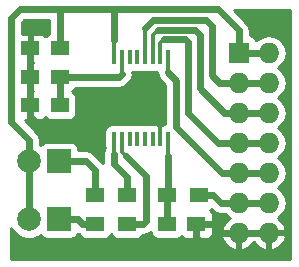
<source format=gbr>
G04 #@! TF.FileFunction,Copper,L1,Top,Signal*
%FSLAX46Y46*%
G04 Gerber Fmt 4.6, Leading zero omitted, Abs format (unit mm)*
G04 Created by KiCad (PCBNEW 0.201509101502+6177~30~ubuntu14.04.1-product) date Παρ 18 Σεπ 2015 07:16:07 μμ EEST*
%MOMM*%
G01*
G04 APERTURE LIST*
%ADD10C,0.100000*%
%ADD11R,1.500000X1.250000*%
%ADD12R,0.400000X1.200000*%
%ADD13R,1.727200X1.727200*%
%ADD14O,1.727200X1.727200*%
%ADD15R,1.500000X1.300000*%
%ADD16R,2.000000X2.000000*%
%ADD17C,2.000000*%
%ADD18C,1.600000*%
%ADD19C,0.300000*%
%ADD20C,0.600000*%
%ADD21C,0.254000*%
G04 APERTURE END LIST*
D10*
D11*
X141712000Y-97409000D03*
X139212000Y-97409000D03*
D12*
X146315000Y-105050000D03*
X146965000Y-105050000D03*
X147615000Y-105050000D03*
X148265000Y-105050000D03*
X148915000Y-105050000D03*
X149565000Y-105050000D03*
X150215000Y-105050000D03*
X150865000Y-105050000D03*
X150865000Y-98150000D03*
X150215000Y-98150000D03*
X149565000Y-98150000D03*
X148915000Y-98150000D03*
X148265000Y-98150000D03*
X147615000Y-98150000D03*
X146965000Y-98150000D03*
X146315000Y-98150000D03*
D11*
X153269000Y-112268000D03*
X150769000Y-112268000D03*
X141712000Y-102235000D03*
X139212000Y-102235000D03*
X141712000Y-99822000D03*
X139212000Y-99822000D03*
D13*
X156845000Y-97790000D03*
D14*
X159385000Y-97790000D03*
X156845000Y-100330000D03*
X159385000Y-100330000D03*
X156845000Y-102870000D03*
X159385000Y-102870000D03*
X156845000Y-105410000D03*
X159385000Y-105410000D03*
X156845000Y-107950000D03*
X159385000Y-107950000D03*
X156845000Y-110490000D03*
X159385000Y-110490000D03*
X156845000Y-113030000D03*
X159385000Y-113030000D03*
D15*
X144700000Y-109855000D03*
X147400000Y-109855000D03*
X144700000Y-112268000D03*
X147400000Y-112268000D03*
X153496000Y-109855000D03*
X150796000Y-109855000D03*
D16*
X141605000Y-106934000D03*
D17*
X139065000Y-106934000D03*
D16*
X141605000Y-111887000D03*
D17*
X139065000Y-111887000D03*
D18*
X143961183Y-103289815D03*
X153289000Y-114427000D03*
D19*
X146965000Y-98150000D02*
X146965000Y-99542000D01*
X146965000Y-99542000D02*
X146939000Y-99568000D01*
D20*
X146685000Y-99822000D02*
X146939000Y-99568000D01*
X141712000Y-99822000D02*
X146685000Y-99822000D01*
X141712000Y-102235000D02*
X141712000Y-99822000D01*
D19*
X150215000Y-105050000D02*
X150215000Y-103785000D01*
X150215000Y-103785000D02*
X150241000Y-103759000D01*
D20*
X143961183Y-103289815D02*
X143364998Y-103886000D01*
X143364998Y-103886000D02*
X139954000Y-103886000D01*
X139954000Y-103886000D02*
X139212000Y-103144000D01*
X139212000Y-103144000D02*
X139212000Y-102235000D01*
X143961183Y-103289815D02*
X143999998Y-103251000D01*
X143999998Y-103251000D02*
X149733000Y-103251000D01*
X149733000Y-103251000D02*
X150241000Y-103759000D01*
X153269000Y-112268000D02*
X153269000Y-114407000D01*
X153269000Y-114407000D02*
X153289000Y-114427000D01*
X155508000Y-113030000D02*
X156845000Y-113030000D01*
X153396000Y-112268000D02*
X154746000Y-112268000D01*
X154746000Y-112268000D02*
X155508000Y-113030000D01*
X139212000Y-99822000D02*
X139212000Y-102235000D01*
X139212000Y-97409000D02*
X139212000Y-99822000D01*
X156845000Y-113030000D02*
X159385000Y-113030000D01*
X150769000Y-112268000D02*
X150769000Y-109882000D01*
X150769000Y-109882000D02*
X150796000Y-109855000D01*
X150896000Y-109955000D02*
X150796000Y-109855000D01*
X150865000Y-106542000D02*
X150865000Y-109786000D01*
X150865000Y-109786000D02*
X150796000Y-109855000D01*
D19*
X150865000Y-105050000D02*
X150865000Y-106542000D01*
D20*
X150896000Y-110009000D02*
X150923000Y-109982000D01*
X146315000Y-96658000D02*
X146315000Y-94184244D01*
D19*
X146315000Y-98150000D02*
X146315000Y-96658000D01*
D20*
X145848729Y-94107000D02*
X146392244Y-94107000D01*
X146392244Y-94107000D02*
X146939000Y-94107000D01*
D19*
X146315000Y-94184244D02*
X146392244Y-94107000D01*
D20*
X141712000Y-97409000D02*
X141712000Y-94181860D01*
X141712000Y-94181860D02*
X141786860Y-94107000D01*
X138303000Y-94107000D02*
X141786860Y-94107000D01*
X141786860Y-94107000D02*
X145848729Y-94107000D01*
X156845000Y-97790000D02*
X159385000Y-97790000D01*
D19*
X145923000Y-94181271D02*
X145848729Y-94107000D01*
D20*
X139065000Y-106934000D02*
X139065000Y-105156000D01*
X139065000Y-105156000D02*
X137541000Y-103632000D01*
X137541000Y-103632000D02*
X137541000Y-94869000D01*
X137541000Y-94869000D02*
X138303000Y-94107000D01*
X155067000Y-94107000D02*
X146939000Y-94107000D01*
X156845000Y-95885000D02*
X155067000Y-94107000D01*
X156845000Y-97790000D02*
X156845000Y-95885000D01*
X139065000Y-111887000D02*
X139065000Y-106934000D01*
X143891000Y-106934000D02*
X144700000Y-107743000D01*
X144700000Y-107743000D02*
X144700000Y-109855000D01*
X141605000Y-106934000D02*
X143891000Y-106934000D01*
X143586000Y-112268000D02*
X144700000Y-112268000D01*
X141605000Y-111887000D02*
X143205000Y-111887000D01*
X143205000Y-111887000D02*
X143586000Y-112268000D01*
X141605000Y-111887000D02*
X142367000Y-111887000D01*
X146304000Y-107188000D02*
X146304000Y-106321000D01*
X146304000Y-106321000D02*
X146315000Y-106310000D01*
X147400000Y-108284000D02*
X146304000Y-107188000D01*
X147400000Y-109855000D02*
X147400000Y-108284000D01*
D19*
X146315000Y-105050000D02*
X146315000Y-106310000D01*
D20*
X147400000Y-112268000D02*
X148750000Y-112268000D01*
X148750000Y-112268000D02*
X148971000Y-112047000D01*
X148971000Y-112047000D02*
X148971000Y-108204000D01*
X148971000Y-108204000D02*
X148209000Y-107442000D01*
D19*
X146965000Y-106198000D02*
X147320000Y-106553000D01*
D20*
X148209000Y-107442000D02*
X147320000Y-106553000D01*
D19*
X146965000Y-106198000D02*
X147066000Y-106299000D01*
X146965000Y-105050000D02*
X146965000Y-106198000D01*
D20*
X154686000Y-109855000D02*
X153496000Y-109855000D01*
X155321000Y-110490000D02*
X154686000Y-109855000D01*
X155321000Y-110490000D02*
X156845000Y-110490000D01*
X156845000Y-110490000D02*
X159385000Y-110490000D01*
X151566762Y-100216183D02*
X151566762Y-100131762D01*
X151566762Y-100131762D02*
X150865000Y-99430000D01*
X151566762Y-100216183D02*
X151565001Y-100217944D01*
X151565001Y-100217944D02*
X151565001Y-104067001D01*
X151565001Y-104067001D02*
X155448000Y-107950000D01*
X155448000Y-107950000D02*
X156845000Y-107950000D01*
D19*
X150865000Y-99050000D02*
X150865000Y-99430000D01*
X150865000Y-98150000D02*
X150865000Y-99050000D01*
D20*
X156845000Y-107950000D02*
X159385000Y-107950000D01*
X150495000Y-96647000D02*
X152273000Y-96647000D01*
X152527000Y-102870000D02*
X155067000Y-105410000D01*
X152273000Y-96647000D02*
X152527000Y-96901000D01*
X152527000Y-96901000D02*
X152527000Y-102870000D01*
X155067000Y-105410000D02*
X155623686Y-105410000D01*
X155623686Y-105410000D02*
X156845000Y-105410000D01*
D19*
X150215000Y-98150000D02*
X150215000Y-96927000D01*
X150215000Y-96927000D02*
X150495000Y-96647000D01*
D20*
X156845000Y-105410000D02*
X159385000Y-105410000D01*
D19*
X149733000Y-96139000D02*
X150025010Y-95846990D01*
D20*
X153123990Y-95846990D02*
X153543000Y-96266000D01*
X150025010Y-95846990D02*
X153123990Y-95846990D01*
X153543000Y-96266000D02*
X153543000Y-100789314D01*
X153543000Y-100789314D02*
X155623686Y-102870000D01*
X155623686Y-102870000D02*
X156845000Y-102870000D01*
D19*
X149565000Y-98150000D02*
X149565000Y-96307000D01*
X149565000Y-96307000D02*
X149733000Y-96139000D01*
D20*
X156845000Y-102870000D02*
X159385000Y-102870000D01*
D19*
X148915000Y-96449000D02*
X148915000Y-95687000D01*
D20*
X149606000Y-94996000D02*
X148915000Y-95687000D01*
X154051000Y-94996000D02*
X149606000Y-94996000D01*
X154559000Y-95504000D02*
X154051000Y-94996000D01*
X154559000Y-99695000D02*
X154559000Y-95504000D01*
X155194000Y-100330000D02*
X154559000Y-99695000D01*
X156845000Y-100330000D02*
X155194000Y-100330000D01*
D19*
X148915000Y-98150000D02*
X148915000Y-96449000D01*
D20*
X156845000Y-100330000D02*
X159385000Y-100330000D01*
D21*
G36*
X161223000Y-115249000D02*
X137608000Y-115249000D01*
X137608000Y-112621325D01*
X137684892Y-112807418D01*
X138142175Y-113265499D01*
X138739950Y-113513717D01*
X139387211Y-113514282D01*
X139985418Y-113267108D01*
X140057934Y-113194718D01*
X140146757Y-113332753D01*
X140356283Y-113475917D01*
X140605000Y-113526283D01*
X142605000Y-113526283D01*
X142837352Y-113482563D01*
X143050753Y-113345243D01*
X143193917Y-113135717D01*
X143200379Y-113103807D01*
X143231252Y-113124436D01*
X143354161Y-113148884D01*
X143354437Y-113150352D01*
X143491757Y-113363753D01*
X143701283Y-113506917D01*
X143950000Y-113557283D01*
X145450000Y-113557283D01*
X145682352Y-113513563D01*
X145895753Y-113376243D01*
X146038917Y-113166717D01*
X146048558Y-113119108D01*
X146054437Y-113150352D01*
X146191757Y-113363753D01*
X146401283Y-113506917D01*
X146650000Y-113557283D01*
X148150000Y-113557283D01*
X148382352Y-113513563D01*
X148595753Y-113376243D01*
X148719592Y-113195000D01*
X148750000Y-113195000D01*
X149104748Y-113124436D01*
X149387691Y-112935379D01*
X149423437Y-113125352D01*
X149560757Y-113338753D01*
X149770283Y-113481917D01*
X150019000Y-113532283D01*
X151519000Y-113532283D01*
X151751352Y-113488563D01*
X151964753Y-113351243D01*
X152011216Y-113283242D01*
X152159302Y-113431327D01*
X152392691Y-113528000D01*
X152983250Y-113528000D01*
X153142000Y-113369250D01*
X153142000Y-112395000D01*
X153396000Y-112395000D01*
X153396000Y-113369250D01*
X153554750Y-113528000D01*
X154145309Y-113528000D01*
X154378698Y-113431327D01*
X154420999Y-113389026D01*
X155390042Y-113389026D01*
X155562312Y-113804947D01*
X155956510Y-114236821D01*
X156485973Y-114484968D01*
X156718000Y-114364469D01*
X156718000Y-113157000D01*
X156972000Y-113157000D01*
X156972000Y-114364469D01*
X157204027Y-114484968D01*
X157733490Y-114236821D01*
X158115000Y-113818848D01*
X158496510Y-114236821D01*
X159025973Y-114484968D01*
X159258000Y-114364469D01*
X159258000Y-113157000D01*
X159512000Y-113157000D01*
X159512000Y-114364469D01*
X159744027Y-114484968D01*
X160273490Y-114236821D01*
X160667688Y-113804947D01*
X160839958Y-113389026D01*
X160718817Y-113157000D01*
X159512000Y-113157000D01*
X159258000Y-113157000D01*
X156972000Y-113157000D01*
X156718000Y-113157000D01*
X155511183Y-113157000D01*
X155390042Y-113389026D01*
X154420999Y-113389026D01*
X154557327Y-113252699D01*
X154654000Y-113019310D01*
X154654000Y-112553750D01*
X154495250Y-112395000D01*
X153396000Y-112395000D01*
X153142000Y-112395000D01*
X153122000Y-112395000D01*
X153122000Y-112141000D01*
X153142000Y-112141000D01*
X153142000Y-112121000D01*
X153396000Y-112121000D01*
X153396000Y-112141000D01*
X154495250Y-112141000D01*
X154654000Y-111982250D01*
X154654000Y-111516690D01*
X154557327Y-111283301D01*
X154391021Y-111116996D01*
X154478352Y-111100563D01*
X154564897Y-111044873D01*
X154665512Y-111145488D01*
X154966253Y-111346437D01*
X155321000Y-111417000D01*
X155676916Y-111417000D01*
X155761784Y-111544013D01*
X156087621Y-111761731D01*
X155956510Y-111823179D01*
X155562312Y-112255053D01*
X155390042Y-112670974D01*
X155511183Y-112903000D01*
X156718000Y-112903000D01*
X156718000Y-112883000D01*
X156972000Y-112883000D01*
X156972000Y-112903000D01*
X159258000Y-112903000D01*
X159258000Y-112883000D01*
X159512000Y-112883000D01*
X159512000Y-112903000D01*
X160718817Y-112903000D01*
X160839958Y-112670974D01*
X160667688Y-112255053D01*
X160273490Y-111823179D01*
X160142379Y-111761731D01*
X160468216Y-111544013D01*
X160791338Y-111060428D01*
X160904803Y-110490000D01*
X160791338Y-109919572D01*
X160468216Y-109435987D01*
X160144969Y-109220000D01*
X160468216Y-109004013D01*
X160791338Y-108520428D01*
X160904803Y-107950000D01*
X160791338Y-107379572D01*
X160468216Y-106895987D01*
X160144969Y-106680000D01*
X160468216Y-106464013D01*
X160791338Y-105980428D01*
X160904803Y-105410000D01*
X160791338Y-104839572D01*
X160468216Y-104355987D01*
X160144969Y-104140000D01*
X160468216Y-103924013D01*
X160791338Y-103440428D01*
X160904803Y-102870000D01*
X160791338Y-102299572D01*
X160468216Y-101815987D01*
X160144969Y-101600000D01*
X160468216Y-101384013D01*
X160791338Y-100900428D01*
X160904803Y-100330000D01*
X160791338Y-99759572D01*
X160468216Y-99275987D01*
X160144969Y-99060000D01*
X160468216Y-98844013D01*
X160791338Y-98360428D01*
X160904803Y-97790000D01*
X160791338Y-97219572D01*
X160468216Y-96735987D01*
X159984631Y-96412865D01*
X159414203Y-96299400D01*
X159355797Y-96299400D01*
X158785369Y-96412865D01*
X158310907Y-96729891D01*
X158304163Y-96694048D01*
X158166843Y-96480647D01*
X157957317Y-96337483D01*
X157772000Y-96299956D01*
X157772000Y-95885000D01*
X157754297Y-95796000D01*
X157701437Y-95530253D01*
X157500488Y-95229512D01*
X156444976Y-94174000D01*
X161223000Y-94174000D01*
X161223000Y-115249000D01*
X161223000Y-115249000D01*
G37*
X161223000Y-115249000D02*
X137608000Y-115249000D01*
X137608000Y-112621325D01*
X137684892Y-112807418D01*
X138142175Y-113265499D01*
X138739950Y-113513717D01*
X139387211Y-113514282D01*
X139985418Y-113267108D01*
X140057934Y-113194718D01*
X140146757Y-113332753D01*
X140356283Y-113475917D01*
X140605000Y-113526283D01*
X142605000Y-113526283D01*
X142837352Y-113482563D01*
X143050753Y-113345243D01*
X143193917Y-113135717D01*
X143200379Y-113103807D01*
X143231252Y-113124436D01*
X143354161Y-113148884D01*
X143354437Y-113150352D01*
X143491757Y-113363753D01*
X143701283Y-113506917D01*
X143950000Y-113557283D01*
X145450000Y-113557283D01*
X145682352Y-113513563D01*
X145895753Y-113376243D01*
X146038917Y-113166717D01*
X146048558Y-113119108D01*
X146054437Y-113150352D01*
X146191757Y-113363753D01*
X146401283Y-113506917D01*
X146650000Y-113557283D01*
X148150000Y-113557283D01*
X148382352Y-113513563D01*
X148595753Y-113376243D01*
X148719592Y-113195000D01*
X148750000Y-113195000D01*
X149104748Y-113124436D01*
X149387691Y-112935379D01*
X149423437Y-113125352D01*
X149560757Y-113338753D01*
X149770283Y-113481917D01*
X150019000Y-113532283D01*
X151519000Y-113532283D01*
X151751352Y-113488563D01*
X151964753Y-113351243D01*
X152011216Y-113283242D01*
X152159302Y-113431327D01*
X152392691Y-113528000D01*
X152983250Y-113528000D01*
X153142000Y-113369250D01*
X153142000Y-112395000D01*
X153396000Y-112395000D01*
X153396000Y-113369250D01*
X153554750Y-113528000D01*
X154145309Y-113528000D01*
X154378698Y-113431327D01*
X154420999Y-113389026D01*
X155390042Y-113389026D01*
X155562312Y-113804947D01*
X155956510Y-114236821D01*
X156485973Y-114484968D01*
X156718000Y-114364469D01*
X156718000Y-113157000D01*
X156972000Y-113157000D01*
X156972000Y-114364469D01*
X157204027Y-114484968D01*
X157733490Y-114236821D01*
X158115000Y-113818848D01*
X158496510Y-114236821D01*
X159025973Y-114484968D01*
X159258000Y-114364469D01*
X159258000Y-113157000D01*
X159512000Y-113157000D01*
X159512000Y-114364469D01*
X159744027Y-114484968D01*
X160273490Y-114236821D01*
X160667688Y-113804947D01*
X160839958Y-113389026D01*
X160718817Y-113157000D01*
X159512000Y-113157000D01*
X159258000Y-113157000D01*
X156972000Y-113157000D01*
X156718000Y-113157000D01*
X155511183Y-113157000D01*
X155390042Y-113389026D01*
X154420999Y-113389026D01*
X154557327Y-113252699D01*
X154654000Y-113019310D01*
X154654000Y-112553750D01*
X154495250Y-112395000D01*
X153396000Y-112395000D01*
X153142000Y-112395000D01*
X153122000Y-112395000D01*
X153122000Y-112141000D01*
X153142000Y-112141000D01*
X153142000Y-112121000D01*
X153396000Y-112121000D01*
X153396000Y-112141000D01*
X154495250Y-112141000D01*
X154654000Y-111982250D01*
X154654000Y-111516690D01*
X154557327Y-111283301D01*
X154391021Y-111116996D01*
X154478352Y-111100563D01*
X154564897Y-111044873D01*
X154665512Y-111145488D01*
X154966253Y-111346437D01*
X155321000Y-111417000D01*
X155676916Y-111417000D01*
X155761784Y-111544013D01*
X156087621Y-111761731D01*
X155956510Y-111823179D01*
X155562312Y-112255053D01*
X155390042Y-112670974D01*
X155511183Y-112903000D01*
X156718000Y-112903000D01*
X156718000Y-112883000D01*
X156972000Y-112883000D01*
X156972000Y-112903000D01*
X159258000Y-112903000D01*
X159258000Y-112883000D01*
X159512000Y-112883000D01*
X159512000Y-112903000D01*
X160718817Y-112903000D01*
X160839958Y-112670974D01*
X160667688Y-112255053D01*
X160273490Y-111823179D01*
X160142379Y-111761731D01*
X160468216Y-111544013D01*
X160791338Y-111060428D01*
X160904803Y-110490000D01*
X160791338Y-109919572D01*
X160468216Y-109435987D01*
X160144969Y-109220000D01*
X160468216Y-109004013D01*
X160791338Y-108520428D01*
X160904803Y-107950000D01*
X160791338Y-107379572D01*
X160468216Y-106895987D01*
X160144969Y-106680000D01*
X160468216Y-106464013D01*
X160791338Y-105980428D01*
X160904803Y-105410000D01*
X160791338Y-104839572D01*
X160468216Y-104355987D01*
X160144969Y-104140000D01*
X160468216Y-103924013D01*
X160791338Y-103440428D01*
X160904803Y-102870000D01*
X160791338Y-102299572D01*
X160468216Y-101815987D01*
X160144969Y-101600000D01*
X160468216Y-101384013D01*
X160791338Y-100900428D01*
X160904803Y-100330000D01*
X160791338Y-99759572D01*
X160468216Y-99275987D01*
X160144969Y-99060000D01*
X160468216Y-98844013D01*
X160791338Y-98360428D01*
X160904803Y-97790000D01*
X160791338Y-97219572D01*
X160468216Y-96735987D01*
X159984631Y-96412865D01*
X159414203Y-96299400D01*
X159355797Y-96299400D01*
X158785369Y-96412865D01*
X158310907Y-96729891D01*
X158304163Y-96694048D01*
X158166843Y-96480647D01*
X157957317Y-96337483D01*
X157772000Y-96299956D01*
X157772000Y-95885000D01*
X157754297Y-95796000D01*
X157701437Y-95530253D01*
X157500488Y-95229512D01*
X156444976Y-94174000D01*
X161223000Y-94174000D01*
X161223000Y-115249000D01*
G36*
X140785000Y-96178022D02*
X140729648Y-96188437D01*
X140516247Y-96325757D01*
X140469784Y-96393758D01*
X140321698Y-96245673D01*
X140088309Y-96149000D01*
X139497750Y-96149000D01*
X139339000Y-96307750D01*
X139339000Y-97282000D01*
X139359000Y-97282000D01*
X139359000Y-97536000D01*
X139339000Y-97536000D01*
X139339000Y-98510250D01*
X139444250Y-98615500D01*
X139339000Y-98720750D01*
X139339000Y-99695000D01*
X139359000Y-99695000D01*
X139359000Y-99949000D01*
X139339000Y-99949000D01*
X139339000Y-100923250D01*
X139444250Y-101028500D01*
X139339000Y-101133750D01*
X139339000Y-102108000D01*
X139359000Y-102108000D01*
X139359000Y-102362000D01*
X139339000Y-102362000D01*
X139339000Y-103336250D01*
X139497750Y-103495000D01*
X140088309Y-103495000D01*
X140321698Y-103398327D01*
X140468721Y-103251305D01*
X140503757Y-103305753D01*
X140713283Y-103448917D01*
X140962000Y-103499283D01*
X142462000Y-103499283D01*
X142694352Y-103455563D01*
X142907753Y-103318243D01*
X143050917Y-103108717D01*
X143101283Y-102860000D01*
X143101283Y-101610000D01*
X143057563Y-101377648D01*
X142920243Y-101164247D01*
X142718970Y-101026722D01*
X142907753Y-100905243D01*
X143014510Y-100749000D01*
X146685000Y-100749000D01*
X147039748Y-100678436D01*
X147340488Y-100477488D01*
X147594488Y-100223488D01*
X147795436Y-99922747D01*
X147866000Y-99568000D01*
X147829893Y-99386481D01*
X147944588Y-99364899D01*
X148065000Y-99389283D01*
X148465000Y-99389283D01*
X148594588Y-99364899D01*
X148715000Y-99389283D01*
X149115000Y-99389283D01*
X149244588Y-99364899D01*
X149365000Y-99389283D01*
X149765000Y-99389283D01*
X149894588Y-99364899D01*
X149948767Y-99375871D01*
X149938000Y-99430000D01*
X150008564Y-99784747D01*
X150209512Y-100085488D01*
X150638001Y-100513977D01*
X150638001Y-103815797D01*
X150572837Y-103828059D01*
X150541310Y-103815000D01*
X150473750Y-103815000D01*
X150434699Y-103854051D01*
X150432648Y-103854437D01*
X150219247Y-103991757D01*
X150214701Y-103998410D01*
X150013717Y-103861083D01*
X149999442Y-103858192D01*
X149956250Y-103815000D01*
X149888690Y-103815000D01*
X149855020Y-103828946D01*
X149765000Y-103810717D01*
X149365000Y-103810717D01*
X149235412Y-103835101D01*
X149115000Y-103810717D01*
X148715000Y-103810717D01*
X148585412Y-103835101D01*
X148465000Y-103810717D01*
X148065000Y-103810717D01*
X147935412Y-103835101D01*
X147815000Y-103810717D01*
X147415000Y-103810717D01*
X147285412Y-103835101D01*
X147165000Y-103810717D01*
X146765000Y-103810717D01*
X146635412Y-103835101D01*
X146515000Y-103810717D01*
X146115000Y-103810717D01*
X145882648Y-103854437D01*
X145669247Y-103991757D01*
X145526083Y-104201283D01*
X145475717Y-104450000D01*
X145475717Y-105650000D01*
X145515962Y-105863886D01*
X145447564Y-105966252D01*
X145377000Y-106321000D01*
X145377000Y-107119707D01*
X145355488Y-107087512D01*
X144546488Y-106278512D01*
X144487230Y-106238917D01*
X144245748Y-106077564D01*
X143891000Y-106007000D01*
X143244283Y-106007000D01*
X143244283Y-105934000D01*
X143200563Y-105701648D01*
X143063243Y-105488247D01*
X142853717Y-105345083D01*
X142605000Y-105294717D01*
X140605000Y-105294717D01*
X140372648Y-105338437D01*
X140159247Y-105475757D01*
X140057244Y-105625042D01*
X139992000Y-105559683D01*
X139992000Y-105156000D01*
X139921436Y-104801252D01*
X139720488Y-104500512D01*
X138714976Y-103495000D01*
X138926250Y-103495000D01*
X139085000Y-103336250D01*
X139085000Y-102362000D01*
X139065000Y-102362000D01*
X139065000Y-102108000D01*
X139085000Y-102108000D01*
X139085000Y-101133750D01*
X138979750Y-101028500D01*
X139085000Y-100923250D01*
X139085000Y-99949000D01*
X139065000Y-99949000D01*
X139065000Y-99695000D01*
X139085000Y-99695000D01*
X139085000Y-98720750D01*
X138979750Y-98615500D01*
X139085000Y-98510250D01*
X139085000Y-97536000D01*
X139065000Y-97536000D01*
X139065000Y-97282000D01*
X139085000Y-97282000D01*
X139085000Y-96307750D01*
X138926250Y-96149000D01*
X138468000Y-96149000D01*
X138468000Y-95252976D01*
X138686976Y-95034000D01*
X140785000Y-95034000D01*
X140785000Y-96178022D01*
X140785000Y-96178022D01*
G37*
X140785000Y-96178022D02*
X140729648Y-96188437D01*
X140516247Y-96325757D01*
X140469784Y-96393758D01*
X140321698Y-96245673D01*
X140088309Y-96149000D01*
X139497750Y-96149000D01*
X139339000Y-96307750D01*
X139339000Y-97282000D01*
X139359000Y-97282000D01*
X139359000Y-97536000D01*
X139339000Y-97536000D01*
X139339000Y-98510250D01*
X139444250Y-98615500D01*
X139339000Y-98720750D01*
X139339000Y-99695000D01*
X139359000Y-99695000D01*
X139359000Y-99949000D01*
X139339000Y-99949000D01*
X139339000Y-100923250D01*
X139444250Y-101028500D01*
X139339000Y-101133750D01*
X139339000Y-102108000D01*
X139359000Y-102108000D01*
X139359000Y-102362000D01*
X139339000Y-102362000D01*
X139339000Y-103336250D01*
X139497750Y-103495000D01*
X140088309Y-103495000D01*
X140321698Y-103398327D01*
X140468721Y-103251305D01*
X140503757Y-103305753D01*
X140713283Y-103448917D01*
X140962000Y-103499283D01*
X142462000Y-103499283D01*
X142694352Y-103455563D01*
X142907753Y-103318243D01*
X143050917Y-103108717D01*
X143101283Y-102860000D01*
X143101283Y-101610000D01*
X143057563Y-101377648D01*
X142920243Y-101164247D01*
X142718970Y-101026722D01*
X142907753Y-100905243D01*
X143014510Y-100749000D01*
X146685000Y-100749000D01*
X147039748Y-100678436D01*
X147340488Y-100477488D01*
X147594488Y-100223488D01*
X147795436Y-99922747D01*
X147866000Y-99568000D01*
X147829893Y-99386481D01*
X147944588Y-99364899D01*
X148065000Y-99389283D01*
X148465000Y-99389283D01*
X148594588Y-99364899D01*
X148715000Y-99389283D01*
X149115000Y-99389283D01*
X149244588Y-99364899D01*
X149365000Y-99389283D01*
X149765000Y-99389283D01*
X149894588Y-99364899D01*
X149948767Y-99375871D01*
X149938000Y-99430000D01*
X150008564Y-99784747D01*
X150209512Y-100085488D01*
X150638001Y-100513977D01*
X150638001Y-103815797D01*
X150572837Y-103828059D01*
X150541310Y-103815000D01*
X150473750Y-103815000D01*
X150434699Y-103854051D01*
X150432648Y-103854437D01*
X150219247Y-103991757D01*
X150214701Y-103998410D01*
X150013717Y-103861083D01*
X149999442Y-103858192D01*
X149956250Y-103815000D01*
X149888690Y-103815000D01*
X149855020Y-103828946D01*
X149765000Y-103810717D01*
X149365000Y-103810717D01*
X149235412Y-103835101D01*
X149115000Y-103810717D01*
X148715000Y-103810717D01*
X148585412Y-103835101D01*
X148465000Y-103810717D01*
X148065000Y-103810717D01*
X147935412Y-103835101D01*
X147815000Y-103810717D01*
X147415000Y-103810717D01*
X147285412Y-103835101D01*
X147165000Y-103810717D01*
X146765000Y-103810717D01*
X146635412Y-103835101D01*
X146515000Y-103810717D01*
X146115000Y-103810717D01*
X145882648Y-103854437D01*
X145669247Y-103991757D01*
X145526083Y-104201283D01*
X145475717Y-104450000D01*
X145475717Y-105650000D01*
X145515962Y-105863886D01*
X145447564Y-105966252D01*
X145377000Y-106321000D01*
X145377000Y-107119707D01*
X145355488Y-107087512D01*
X144546488Y-106278512D01*
X144487230Y-106238917D01*
X144245748Y-106077564D01*
X143891000Y-106007000D01*
X143244283Y-106007000D01*
X143244283Y-105934000D01*
X143200563Y-105701648D01*
X143063243Y-105488247D01*
X142853717Y-105345083D01*
X142605000Y-105294717D01*
X140605000Y-105294717D01*
X140372648Y-105338437D01*
X140159247Y-105475757D01*
X140057244Y-105625042D01*
X139992000Y-105559683D01*
X139992000Y-105156000D01*
X139921436Y-104801252D01*
X139720488Y-104500512D01*
X138714976Y-103495000D01*
X138926250Y-103495000D01*
X139085000Y-103336250D01*
X139085000Y-102362000D01*
X139065000Y-102362000D01*
X139065000Y-102108000D01*
X139085000Y-102108000D01*
X139085000Y-101133750D01*
X138979750Y-101028500D01*
X139085000Y-100923250D01*
X139085000Y-99949000D01*
X139065000Y-99949000D01*
X139065000Y-99695000D01*
X139085000Y-99695000D01*
X139085000Y-98720750D01*
X138979750Y-98615500D01*
X139085000Y-98510250D01*
X139085000Y-97536000D01*
X139065000Y-97536000D01*
X139065000Y-97282000D01*
X139085000Y-97282000D01*
X139085000Y-96307750D01*
X138926250Y-96149000D01*
X138468000Y-96149000D01*
X138468000Y-95252976D01*
X138686976Y-95034000D01*
X140785000Y-95034000D01*
X140785000Y-96178022D01*
M02*

</source>
